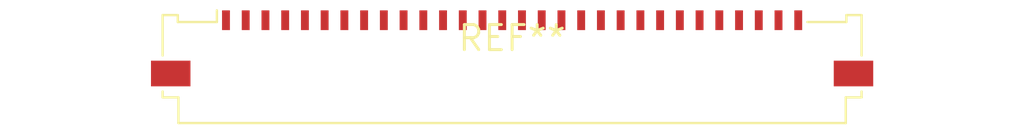
<source format=kicad_pcb>
(kicad_pcb (version 20240108) (generator pcbnew)
  (layers (0 "F.Cu" signal) (31 "B.Cu" signal) (34 "B.Paste" user) (35 "F.Paste" user) (36 "B.SilkS" user "B.Silkscreen") (37 "F.SilkS" user "F.Silkscreen") (38 "B.Mask" user) (39 "F.Mask" user) (44 "Edge.Cuts" user))
  (net 0 "")
  (footprint "Molex_200528-0300_1x30-1MP_P1.00mm_Horizontal" (layer "F.Cu") (at 0 0)
    (property "Reference" "REF**")
    (property "Value" "Molex_200528-0300_1x30-1MP_P1.00mm_Horizontal")
    (fp_line (start -17.71 -1.17) (end -17.71 0.88) (layer "F.SilkS") (stroke (width 0.12)))
    (fp_line (start -17.71 2.7) (end -17.71 3) (layer "F.SilkS") (stroke (width 0.12)))
    (fp_line (start -17.71 3) (end -16.91 3) (layer "F.SilkS") (stroke (width 0.12)))
    (fp_line (start -16.94 -1.17) (end -17.71 -1.17) (layer "F.SilkS") (stroke (width 0.12)))
    (fp_line (start -16.94 -0.82) (end -16.94 -1.17) (layer "F.SilkS") (stroke (width 0.12)))
    (fp_line (start -16.91 3) (end -16.91 4.3) (layer "F.SilkS") (stroke (width 0.12)))
    (fp_line (start -16.91 4.3) (end 16.91 4.3) (layer "F.SilkS") (stroke (width 0.12)))
    (fp_line (start -14.96 -1.41) (end -14.96 -0.82) (layer "F.SilkS") (stroke (width 0.12)))
    (fp_line (start -14.96 -0.82) (end -16.94 -0.82) (layer "F.SilkS") (stroke (width 0.12)))
    (fp_line (start 16.91 3) (end 17.71 3) (layer "F.SilkS") (stroke (width 0.12)))
    (fp_line (start 16.91 4.3) (end 16.91 3) (layer "F.SilkS") (stroke (width 0.12)))
    (fp_line (start 16.94 -1.17) (end 16.94 -0.82) (layer "F.SilkS") (stroke (width 0.12)))
    (fp_line (start 16.94 -0.82) (end 14.96 -0.82) (layer "F.SilkS") (stroke (width 0.12)))
    (fp_line (start 17.71 -1.17) (end 16.94 -1.17) (layer "F.SilkS") (stroke (width 0.12)))
    (fp_line (start 17.71 0.88) (end 17.71 -1.17) (layer "F.SilkS") (stroke (width 0.12)))
    (fp_line (start 17.71 3) (end 17.71 2.7) (layer "F.SilkS") (stroke (width 0.12)))
    (pad "1" smd rect (at -14.5 -0.91) (size 0.4 1) (layers "F.Cu" "F.Paste" "F.Mask"))
    (pad "2" smd rect (at -13.5 -0.91) (size 0.4 1) (layers "F.Cu" "F.Paste" "F.Mask"))
    (pad "3" smd rect (at -12.5 -0.91) (size 0.4 1) (layers "F.Cu" "F.Paste" "F.Mask"))
    (pad "4" smd rect (at -11.5 -0.91) (size 0.4 1) (layers "F.Cu" "F.Paste" "F.Mask"))
    (pad "5" smd rect (at -10.5 -0.91) (size 0.4 1) (layers "F.Cu" "F.Paste" "F.Mask"))
    (pad "6" smd rect (at -9.5 -0.91) (size 0.4 1) (layers "F.Cu" "F.Paste" "F.Mask"))
    (pad "7" smd rect (at -8.5 -0.91) (size 0.4 1) (layers "F.Cu" "F.Paste" "F.Mask"))
    (pad "8" smd rect (at -7.5 -0.91) (size 0.4 1) (layers "F.Cu" "F.Paste" "F.Mask"))
    (pad "9" smd rect (at -6.5 -0.91) (size 0.4 1) (layers "F.Cu" "F.Paste" "F.Mask"))
    (pad "10" smd rect (at -5.5 -0.91) (size 0.4 1) (layers "F.Cu" "F.Paste" "F.Mask"))
    (pad "11" smd rect (at -4.5 -0.91) (size 0.4 1) (layers "F.Cu" "F.Paste" "F.Mask"))
    (pad "12" smd rect (at -3.5 -0.91) (size 0.4 1) (layers "F.Cu" "F.Paste" "F.Mask"))
    (pad "13" smd rect (at -2.5 -0.91) (size 0.4 1) (layers "F.Cu" "F.Paste" "F.Mask"))
    (pad "14" smd rect (at -1.5 -0.91) (size 0.4 1) (layers "F.Cu" "F.Paste" "F.Mask"))
    (pad "15" smd rect (at -0.5 -0.91) (size 0.4 1) (layers "F.Cu" "F.Paste" "F.Mask"))
    (pad "16" smd rect (at 0.5 -0.91) (size 0.4 1) (layers "F.Cu" "F.Paste" "F.Mask"))
    (pad "17" smd rect (at 1.5 -0.91) (size 0.4 1) (layers "F.Cu" "F.Paste" "F.Mask"))
    (pad "18" smd rect (at 2.5 -0.91) (size 0.4 1) (layers "F.Cu" "F.Paste" "F.Mask"))
    (pad "19" smd rect (at 3.5 -0.91) (size 0.4 1) (layers "F.Cu" "F.Paste" "F.Mask"))
    (pad "20" smd rect (at 4.5 -0.91) (size 0.4 1) (layers "F.Cu" "F.Paste" "F.Mask"))
    (pad "21" smd rect (at 5.5 -0.91) (size 0.4 1) (layers "F.Cu" "F.Paste" "F.Mask"))
    (pad "22" smd rect (at 6.5 -0.91) (size 0.4 1) (layers "F.Cu" "F.Paste" "F.Mask"))
    (pad "23" smd rect (at 7.5 -0.91) (size 0.4 1) (layers "F.Cu" "F.Paste" "F.Mask"))
    (pad "24" smd rect (at 8.5 -0.91) (size 0.4 1) (layers "F.Cu" "F.Paste" "F.Mask"))
    (pad "25" smd rect (at 9.5 -0.91) (size 0.4 1) (layers "F.Cu" "F.Paste" "F.Mask"))
    (pad "26" smd rect (at 10.5 -0.91) (size 0.4 1) (layers "F.Cu" "F.Paste" "F.Mask"))
    (pad "27" smd rect (at 11.5 -0.91) (size 0.4 1) (layers "F.Cu" "F.Paste" "F.Mask"))
    (pad "28" smd rect (at 12.5 -0.91) (size 0.4 1) (layers "F.Cu" "F.Paste" "F.Mask"))
    (pad "29" smd rect (at 13.5 -0.91) (size 0.4 1) (layers "F.Cu" "F.Paste" "F.Mask"))
    (pad "30" smd rect (at 14.5 -0.91) (size 0.4 1) (layers "F.Cu" "F.Paste" "F.Mask"))
    (pad "MP" smd rect (at -17.3 1.79) (size 2 1.3) (layers "F.Cu" "F.Paste" "F.Mask"))
    (pad "MP" smd rect (at 17.3 1.79) (size 2 1.3) (layers "F.Cu" "F.Paste" "F.Mask"))
  )
)
</source>
